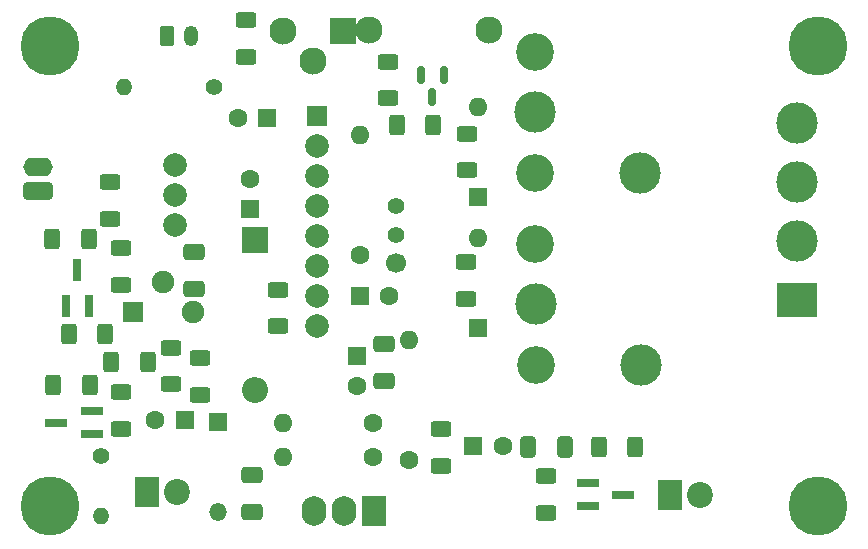
<source format=gbr>
%TF.GenerationSoftware,KiCad,Pcbnew,7.0.9*%
%TF.CreationDate,2023-11-29T12:33:44+01:00*%
%TF.ProjectId,Zabezpieczenie UPC1237,5a616265-7a70-4696-9563-7a656e696520,rev?*%
%TF.SameCoordinates,Original*%
%TF.FileFunction,Soldermask,Bot*%
%TF.FilePolarity,Negative*%
%FSLAX46Y46*%
G04 Gerber Fmt 4.6, Leading zero omitted, Abs format (unit mm)*
G04 Created by KiCad (PCBNEW 7.0.9) date 2023-11-29 12:33:44*
%MOMM*%
%LPD*%
G01*
G04 APERTURE LIST*
G04 Aperture macros list*
%AMRoundRect*
0 Rectangle with rounded corners*
0 $1 Rounding radius*
0 $2 $3 $4 $5 $6 $7 $8 $9 X,Y pos of 4 corners*
0 Add a 4 corners polygon primitive as box body*
4,1,4,$2,$3,$4,$5,$6,$7,$8,$9,$2,$3,0*
0 Add four circle primitives for the rounded corners*
1,1,$1+$1,$2,$3*
1,1,$1+$1,$4,$5*
1,1,$1+$1,$6,$7*
1,1,$1+$1,$8,$9*
0 Add four rect primitives between the rounded corners*
20,1,$1+$1,$2,$3,$4,$5,0*
20,1,$1+$1,$4,$5,$6,$7,0*
20,1,$1+$1,$6,$7,$8,$9,0*
20,1,$1+$1,$8,$9,$2,$3,0*%
G04 Aperture macros list end*
%ADD10O,1.400000X1.400000*%
%ADD11C,1.400000*%
%ADD12RoundRect,0.250000X-0.350000X-0.625000X0.350000X-0.625000X0.350000X0.625000X-0.350000X0.625000X0*%
%ADD13O,1.200000X1.750000*%
%ADD14R,1.600000X1.600000*%
%ADD15C,1.600000*%
%ADD16R,2.200000X2.200000*%
%ADD17O,2.200000X2.200000*%
%ADD18O,1.600000X1.600000*%
%ADD19C,2.300000*%
%ADD20R,1.800000X1.800000*%
%ADD21C,2.000000*%
%ADD22C,1.900000*%
%ADD23R,3.500000X3.000000*%
%ADD24C,3.500000*%
%ADD25R,2.100000X2.500000*%
%ADD26C,2.200000*%
%ADD27C,3.200000*%
%ADD28RoundRect,0.312500X0.937500X-0.437500X0.937500X0.437500X-0.937500X0.437500X-0.937500X-0.437500X0*%
%ADD29O,2.500000X1.600000*%
%ADD30O,2.100000X2.500000*%
%ADD31R,2.300000X2.300000*%
%ADD32C,1.700000*%
%ADD33R,1.500000X1.500000*%
%ADD34O,1.500000X1.500000*%
%ADD35R,1.900000X0.800000*%
%ADD36RoundRect,0.250000X0.650000X-0.412500X0.650000X0.412500X-0.650000X0.412500X-0.650000X-0.412500X0*%
%ADD37R,0.800000X1.900000*%
%ADD38C,5.000000*%
%ADD39RoundRect,0.250000X0.625000X-0.400000X0.625000X0.400000X-0.625000X0.400000X-0.625000X-0.400000X0*%
%ADD40RoundRect,0.250000X0.400000X0.625000X-0.400000X0.625000X-0.400000X-0.625000X0.400000X-0.625000X0*%
%ADD41RoundRect,0.250000X-0.400000X-0.625000X0.400000X-0.625000X0.400000X0.625000X-0.400000X0.625000X0*%
%ADD42RoundRect,0.250000X-0.412500X-0.650000X0.412500X-0.650000X0.412500X0.650000X-0.412500X0.650000X0*%
%ADD43RoundRect,0.250000X-0.625000X0.400000X-0.625000X-0.400000X0.625000X-0.400000X0.625000X0.400000X0*%
%ADD44RoundRect,0.150000X-0.150000X0.587500X-0.150000X-0.587500X0.150000X-0.587500X0.150000X0.587500X0*%
%ADD45RoundRect,0.250000X-0.650000X0.412500X-0.650000X-0.412500X0.650000X-0.412500X0.650000X0.412500X0*%
G04 APERTURE END LIST*
D10*
%TO.C,R17*%
X109290000Y-104500000D03*
D11*
X116910000Y-104500000D03*
%TD*%
D12*
%TO.C,J3*%
X112900000Y-100150000D03*
D13*
X114900000Y-100150000D03*
%TD*%
D14*
%TO.C,C4*%
X129194888Y-122200000D03*
D15*
X131694888Y-122200000D03*
%TD*%
D16*
%TO.C,D1*%
X120300000Y-117450000D03*
D17*
X120300000Y-130150000D03*
%TD*%
D15*
%TO.C,R6*%
X130310000Y-132900000D03*
D18*
X122690000Y-132900000D03*
%TD*%
D14*
%TO.C,C5*%
X114405113Y-132700000D03*
D15*
X111905113Y-132700000D03*
%TD*%
D19*
%TO.C,R22*%
X130020000Y-99700000D03*
X140180000Y-99700000D03*
%TD*%
D14*
%TO.C,D2*%
X139200000Y-113810000D03*
D18*
X139200000Y-106190000D03*
%TD*%
D14*
%TO.C,C7*%
X129000000Y-127294888D03*
D15*
X129000000Y-129794888D03*
%TD*%
D20*
%TO.C,U1*%
X125600000Y-106960000D03*
D21*
X125600000Y-109500000D03*
X125600000Y-112040000D03*
X125600000Y-114580000D03*
X125600000Y-117120000D03*
X125600000Y-119660000D03*
X125600000Y-122200000D03*
X125600000Y-124740000D03*
%TD*%
D20*
%TO.C,U2*%
X110050000Y-123550000D03*
D22*
X112590000Y-121010000D03*
X115130000Y-123550000D03*
%TD*%
D23*
%TO.C,J4*%
X166200000Y-122500000D03*
D24*
X166200000Y-117500000D03*
X166200000Y-112500000D03*
X166200000Y-107500000D03*
%TD*%
D15*
%TO.C,R4*%
X133400000Y-136080000D03*
D18*
X133400000Y-125920000D03*
%TD*%
D15*
%TO.C,R5*%
X129200000Y-118680000D03*
D18*
X129200000Y-108520000D03*
%TD*%
D14*
%TO.C,C2*%
X119900000Y-114805113D03*
D15*
X119900000Y-112305113D03*
%TD*%
D25*
%TO.C,D5*%
X155460000Y-139000000D03*
D26*
X158000000Y-139000000D03*
%TD*%
D25*
%TO.C,D4*%
X111160000Y-138800000D03*
D26*
X113700000Y-138800000D03*
%TD*%
D11*
%TO.C,C3*%
X132300000Y-114550000D03*
X132300000Y-117050000D03*
%TD*%
%TO.C,R11*%
X107300000Y-135710000D03*
D10*
X107300000Y-140790000D03*
%TD*%
D14*
%TO.C,C9*%
X138800000Y-134900000D03*
D15*
X141300000Y-134900000D03*
%TD*%
D24*
%TO.C,K2*%
X144120000Y-122890000D03*
X152990000Y-128000000D03*
D27*
X144050000Y-117810000D03*
X144100000Y-128000000D03*
%TD*%
D28*
%TO.C,J1*%
X102000000Y-113300000D03*
D29*
X102000000Y-111300000D03*
%TD*%
D27*
%TO.C,K1*%
X144060000Y-111760000D03*
X144010000Y-101570000D03*
D24*
X152950000Y-111760000D03*
X144080000Y-106650000D03*
%TD*%
D14*
%TO.C,D6*%
X139200000Y-124910000D03*
D18*
X139200000Y-117290000D03*
%TD*%
D25*
%TO.C,J2*%
X130440000Y-140400000D03*
D30*
X127900000Y-140400000D03*
X125360000Y-140400000D03*
%TD*%
D31*
%TO.C,Q5*%
X127750000Y-99750000D03*
D19*
X125210000Y-102290000D03*
X122670000Y-99750000D03*
%TD*%
D14*
%TO.C,C1*%
X121382380Y-107100000D03*
D15*
X118882380Y-107100000D03*
%TD*%
D32*
%TO.C,REF\u002A\u002A*%
X132300000Y-119400000D03*
%TD*%
D33*
%TO.C,D3*%
X117200000Y-132885000D03*
D34*
X117200000Y-140505000D03*
%TD*%
D15*
%TO.C,R16*%
X130310000Y-135800000D03*
D18*
X122690000Y-135800000D03*
%TD*%
D21*
%TO.C,RV1*%
X113600000Y-111120000D03*
X113600000Y-113660000D03*
X113600000Y-116200000D03*
%TD*%
D35*
%TO.C,Q2*%
X106500000Y-131950000D03*
X106500000Y-133850000D03*
X103500000Y-132900000D03*
%TD*%
D36*
%TO.C,C11*%
X115200000Y-121562500D03*
X115200000Y-118437500D03*
%TD*%
D37*
%TO.C,Q1*%
X106250000Y-123000000D03*
X104350000Y-123000000D03*
X105300000Y-120000000D03*
%TD*%
D38*
%TO.C,REF\u002A\u002A*%
X103000000Y-101000000D03*
%TD*%
D39*
%TO.C,R1*%
X138300000Y-111550000D03*
X138300000Y-108450000D03*
%TD*%
D36*
%TO.C,C8*%
X131300000Y-129362500D03*
X131300000Y-126237500D03*
%TD*%
D40*
%TO.C,R20*%
X152550000Y-135000000D03*
X149450000Y-135000000D03*
%TD*%
D41*
%TO.C,R8*%
X103150000Y-117400000D03*
X106250000Y-117400000D03*
%TD*%
D42*
%TO.C,C10*%
X143437500Y-135000000D03*
X146562500Y-135000000D03*
%TD*%
D38*
%TO.C,REF\u002A\u002A*%
X168000000Y-140000000D03*
%TD*%
D39*
%TO.C,R18*%
X115700000Y-130550000D03*
X115700000Y-127450000D03*
%TD*%
D41*
%TO.C,R24*%
X132350000Y-107700000D03*
X135450000Y-107700000D03*
%TD*%
D43*
%TO.C,R19*%
X136100000Y-133450000D03*
X136100000Y-136550000D03*
%TD*%
D39*
%TO.C,R14*%
X109000000Y-133450000D03*
X109000000Y-130350000D03*
%TD*%
D38*
%TO.C,REF\u002A\u002A*%
X168000000Y-101000000D03*
%TD*%
D43*
%TO.C,R21*%
X145000000Y-137450000D03*
X145000000Y-140550000D03*
%TD*%
D39*
%TO.C,R23*%
X131600000Y-105450000D03*
X131600000Y-102350000D03*
%TD*%
D41*
%TO.C,R9*%
X104550000Y-125400000D03*
X107650000Y-125400000D03*
%TD*%
D39*
%TO.C,R12*%
X109000000Y-121250000D03*
X109000000Y-118150000D03*
%TD*%
D44*
%TO.C,Q4*%
X134400000Y-103500000D03*
X136300000Y-103500000D03*
X135350000Y-105375000D03*
%TD*%
D45*
%TO.C,C6*%
X120100000Y-137337500D03*
X120100000Y-140462500D03*
%TD*%
D43*
%TO.C,R2*%
X138200000Y-119350000D03*
X138200000Y-122450000D03*
%TD*%
%TO.C,R13*%
X108100000Y-112550000D03*
X108100000Y-115650000D03*
%TD*%
%TO.C,R7*%
X113200000Y-126550000D03*
X113200000Y-129650000D03*
%TD*%
D39*
%TO.C,R25*%
X119600000Y-101950000D03*
X119600000Y-98850000D03*
%TD*%
D35*
%TO.C,Q3*%
X148500000Y-139950000D03*
X148500000Y-138050000D03*
X151500000Y-139000000D03*
%TD*%
D41*
%TO.C,R15*%
X108150000Y-127800000D03*
X111250000Y-127800000D03*
%TD*%
D43*
%TO.C,R3*%
X122300000Y-121650000D03*
X122300000Y-124750000D03*
%TD*%
D38*
%TO.C,REF\u002A\u002A*%
X103000000Y-140000000D03*
%TD*%
D41*
%TO.C,R10*%
X103250000Y-129700000D03*
X106350000Y-129700000D03*
%TD*%
M02*

</source>
